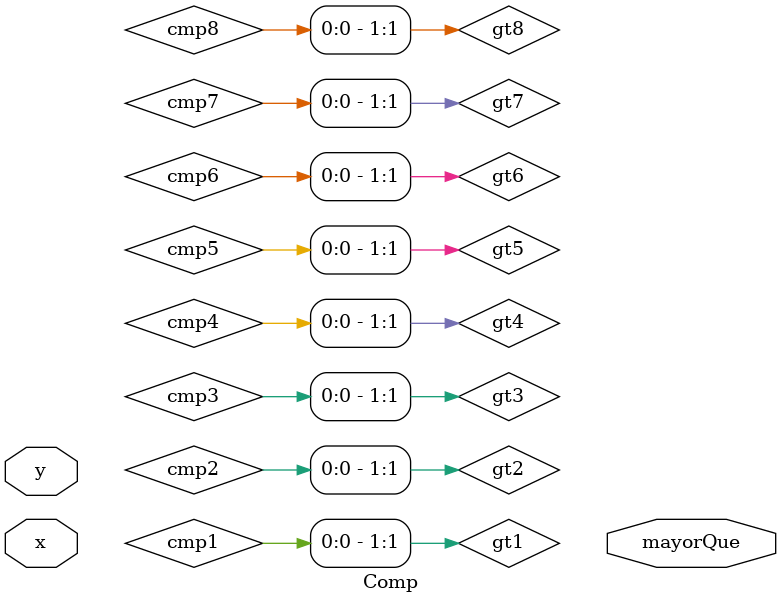
<source format=v>
module compararBits(
    input x,
    input y,
    output equal
);

    assign equal = x & y;

endmodule

module Comp(
    input [7:0] x,
    input [7:0] y,
    output mayorQue
);
    

    wire cmp1, cmp2, cmp3, cmp4;
    wire cmp5, cmp6, cmp7, cmp8;

    wire [1:0] gt1, gt2, gt3, gt4;
    wire [1:0] gt5, gt6, gt7, gt8;

    compararBits ciclo8(x[7], y[7], cmp8);
    assign gt8[1] = cmp8;
    assign gt8[0] = cmp8 ? 0 : x[7] & ~y[7];


    compararBits ciclo7(x[6], y[6], cmp7);
    assign gt7[1] = cmp7;
    assign gt7[0] = gt8[1] ? cmp7 ? 0 : x[6] & ~y[6] : gt8[0];


    compararBits ciclo6(x[5], y[5], cmp6);
    assign gt6[1] = cmp6;
    assign gt6[0] = gt7[1] ? cmp6 ? 0 : x[5] & ~y[5] : gt7[0];


    compararBits ciclo5(x[4], y[4], cmp5);
    assign gt5[1] = cmp5;
    assign gt5[0] = gt6[1] ? cmp5 ? 0 : x[4] & ~y[4] : gt6[0];


    compararBits ciclo4(x[3], y[3], cmp4);
    assign gt4[1] = cmp4;
    assign gt4[0] = gt5[1] ? cmp4 ? 0 : x[3] & ~y[3] : gt5[0];


    compararBits ciclo3(x[2], y[2], cmp3);
    assign gt3[1] = cmp3;
    assign gt3[0] = gt4[1] ? cmp3 ? 0 : x[2] & ~y[2] : gt4[0];


    compararBits ciclo2(x[1], y[1], cmp2);
    assign gt2[1] = cmp2;
    assign gt2[0] = gt3[1] ? cmp2 ? 0 : x[1] & ~y[1] : gt3[0];


    compararBits ciclo1(x[0], y[0], cmp1);
    assign gt1[1] = cmp1;
    assign gt1[0] = gt2[1] ? cmp1 ? 0 : x[0] & ~y[0] : gt2[0];

    assign equal = gt1[0];

endmodule




</source>
